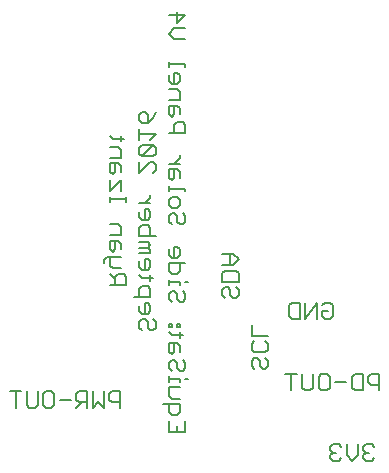
<source format=gbo>
G75*
%MOIN*%
%OFA0B0*%
%FSLAX25Y25*%
%IPPOS*%
%LPD*%
%AMOC8*
5,1,8,0,0,1.08239X$1,22.5*
%
%ADD10C,0.00500*%
D10*
X0124520Y0107011D02*
X0124520Y0112515D01*
X0126354Y0112515D02*
X0122685Y0112515D01*
X0128209Y0112515D02*
X0128209Y0107928D01*
X0129127Y0107011D01*
X0130962Y0107011D01*
X0131879Y0107928D01*
X0131879Y0112515D01*
X0133734Y0111598D02*
X0134652Y0112515D01*
X0136486Y0112515D01*
X0137404Y0111598D01*
X0137404Y0107928D01*
X0136486Y0107011D01*
X0134652Y0107011D01*
X0133734Y0107928D01*
X0133734Y0111598D01*
X0139259Y0109763D02*
X0142929Y0109763D01*
X0144784Y0109763D02*
X0145701Y0108846D01*
X0148453Y0108846D01*
X0146618Y0108846D02*
X0144784Y0107011D01*
X0144784Y0109763D02*
X0144784Y0111598D01*
X0145701Y0112515D01*
X0148453Y0112515D01*
X0148453Y0107011D01*
X0150308Y0107011D02*
X0152143Y0108846D01*
X0153978Y0107011D01*
X0153978Y0112515D01*
X0155833Y0111598D02*
X0155833Y0109763D01*
X0156750Y0108846D01*
X0159503Y0108846D01*
X0159503Y0107011D02*
X0159503Y0112515D01*
X0156750Y0112515D01*
X0155833Y0111598D01*
X0150308Y0112515D02*
X0150308Y0107011D01*
X0173821Y0108262D02*
X0179326Y0108262D01*
X0179326Y0105510D01*
X0178409Y0104592D01*
X0176574Y0104592D01*
X0175656Y0105510D01*
X0175656Y0108262D01*
X0176574Y0110117D02*
X0175656Y0111035D01*
X0175656Y0113787D01*
X0179326Y0113787D01*
X0179326Y0115642D02*
X0179326Y0116559D01*
X0175656Y0116559D01*
X0175656Y0115642D02*
X0175656Y0117477D01*
X0176574Y0119325D02*
X0175656Y0120242D01*
X0175656Y0122077D01*
X0176574Y0122995D01*
X0177491Y0122995D01*
X0178409Y0122077D01*
X0178409Y0120242D01*
X0179326Y0119325D01*
X0180244Y0119325D01*
X0181161Y0120242D01*
X0181161Y0122077D01*
X0180244Y0122995D01*
X0179326Y0125767D02*
X0179326Y0127602D01*
X0178409Y0128520D01*
X0175656Y0128520D01*
X0175656Y0125767D01*
X0176574Y0124850D01*
X0177491Y0125767D01*
X0177491Y0128520D01*
X0179326Y0130374D02*
X0179326Y0132209D01*
X0180244Y0131292D02*
X0176574Y0131292D01*
X0175656Y0132209D01*
X0175656Y0134058D02*
X0176574Y0134058D01*
X0176574Y0134975D01*
X0175656Y0134975D01*
X0175656Y0134058D01*
X0178409Y0134058D02*
X0179326Y0134058D01*
X0179326Y0134975D01*
X0178409Y0134975D01*
X0178409Y0134058D01*
X0171318Y0133738D02*
X0170401Y0132821D01*
X0169484Y0132821D01*
X0168566Y0133738D01*
X0168566Y0135573D01*
X0167649Y0136490D01*
X0166731Y0136490D01*
X0165814Y0135573D01*
X0165814Y0133738D01*
X0166731Y0132821D01*
X0171318Y0133738D02*
X0171318Y0135573D01*
X0170401Y0136490D01*
X0168566Y0138345D02*
X0169484Y0139263D01*
X0169484Y0141098D01*
X0168566Y0142015D01*
X0167649Y0142015D01*
X0167649Y0138345D01*
X0168566Y0138345D02*
X0166731Y0138345D01*
X0165814Y0139263D01*
X0165814Y0141098D01*
X0165814Y0143870D02*
X0165814Y0146622D01*
X0166731Y0147540D01*
X0168566Y0147540D01*
X0169484Y0146622D01*
X0169484Y0143870D01*
X0163979Y0143870D01*
X0161476Y0147966D02*
X0155971Y0147966D01*
X0157806Y0147966D02*
X0157806Y0150719D01*
X0158724Y0151636D01*
X0160559Y0151636D01*
X0161476Y0150719D01*
X0161476Y0147966D01*
X0157806Y0149801D02*
X0155971Y0151636D01*
X0156889Y0153491D02*
X0155971Y0154408D01*
X0155971Y0157161D01*
X0155054Y0157161D02*
X0154136Y0156243D01*
X0154136Y0155326D01*
X0155054Y0157161D02*
X0159641Y0157161D01*
X0159641Y0159933D02*
X0159641Y0161768D01*
X0158724Y0162685D01*
X0155971Y0162685D01*
X0155971Y0159933D01*
X0156889Y0159016D01*
X0157806Y0159933D01*
X0157806Y0162685D01*
X0155971Y0164540D02*
X0159641Y0164540D01*
X0159641Y0167293D01*
X0158724Y0168210D01*
X0155971Y0168210D01*
X0165814Y0166880D02*
X0166731Y0167797D01*
X0168566Y0167797D01*
X0169484Y0166880D01*
X0169484Y0164127D01*
X0171318Y0164127D02*
X0165814Y0164127D01*
X0165814Y0166880D01*
X0166731Y0169652D02*
X0165814Y0170569D01*
X0165814Y0172404D01*
X0167649Y0173322D02*
X0167649Y0169652D01*
X0168566Y0169652D02*
X0169484Y0170569D01*
X0169484Y0172404D01*
X0168566Y0173322D01*
X0167649Y0173322D01*
X0167649Y0175177D02*
X0169484Y0177012D01*
X0169484Y0177929D01*
X0169484Y0175177D02*
X0165814Y0175177D01*
X0161476Y0175590D02*
X0161476Y0177425D01*
X0161476Y0176507D02*
X0155971Y0176507D01*
X0155971Y0175590D02*
X0155971Y0177425D01*
X0155971Y0179273D02*
X0155971Y0182943D01*
X0156889Y0184798D02*
X0157806Y0185715D01*
X0157806Y0188467D01*
X0158724Y0188467D02*
X0155971Y0188467D01*
X0155971Y0185715D01*
X0156889Y0184798D01*
X0159641Y0185715D02*
X0159641Y0187550D01*
X0158724Y0188467D01*
X0159641Y0190322D02*
X0159641Y0193075D01*
X0158724Y0193992D01*
X0155971Y0193992D01*
X0156889Y0196765D02*
X0155971Y0197682D01*
X0156889Y0196765D02*
X0160559Y0196765D01*
X0159641Y0197682D02*
X0159641Y0195847D01*
X0159641Y0190322D02*
X0155971Y0190322D01*
X0159641Y0182943D02*
X0155971Y0179273D01*
X0159641Y0179273D02*
X0159641Y0182943D01*
X0165814Y0185305D02*
X0165814Y0188975D01*
X0166731Y0190830D02*
X0165814Y0191748D01*
X0165814Y0193582D01*
X0166731Y0194500D01*
X0170401Y0194500D01*
X0166731Y0190830D01*
X0170401Y0190830D01*
X0171318Y0191748D01*
X0171318Y0193582D01*
X0170401Y0194500D01*
X0169484Y0196355D02*
X0171318Y0198190D01*
X0165814Y0198190D01*
X0165814Y0196355D02*
X0165814Y0200025D01*
X0166731Y0201880D02*
X0165814Y0202797D01*
X0165814Y0204632D01*
X0166731Y0205549D01*
X0167649Y0205549D01*
X0168566Y0204632D01*
X0168566Y0201880D01*
X0166731Y0201880D01*
X0168566Y0201880D02*
X0170401Y0203714D01*
X0171318Y0205549D01*
X0175656Y0204955D02*
X0175656Y0207707D01*
X0178409Y0207707D01*
X0179326Y0206790D01*
X0179326Y0204955D01*
X0177491Y0204955D02*
X0177491Y0207707D01*
X0175656Y0209562D02*
X0179326Y0209562D01*
X0179326Y0212314D01*
X0178409Y0213232D01*
X0175656Y0213232D01*
X0176574Y0215087D02*
X0178409Y0215087D01*
X0179326Y0216004D01*
X0179326Y0217839D01*
X0178409Y0218757D01*
X0177491Y0218757D01*
X0177491Y0215087D01*
X0176574Y0215087D02*
X0175656Y0216004D01*
X0175656Y0217839D01*
X0175656Y0220611D02*
X0175656Y0222446D01*
X0175656Y0221529D02*
X0181161Y0221529D01*
X0181161Y0220611D01*
X0181161Y0229819D02*
X0177491Y0229819D01*
X0175656Y0231654D01*
X0177491Y0233489D01*
X0181161Y0233489D01*
X0178409Y0235344D02*
X0178409Y0239014D01*
X0181161Y0238096D02*
X0175656Y0238096D01*
X0178409Y0235344D02*
X0181161Y0238096D01*
X0177491Y0204955D02*
X0176574Y0204037D01*
X0175656Y0204955D01*
X0178409Y0202182D02*
X0177491Y0201265D01*
X0177491Y0198513D01*
X0175656Y0198513D02*
X0181161Y0198513D01*
X0181161Y0201265D01*
X0180244Y0202182D01*
X0178409Y0202182D01*
X0179326Y0191136D02*
X0179326Y0190219D01*
X0177491Y0188384D01*
X0175656Y0188384D02*
X0179326Y0188384D01*
X0178409Y0186529D02*
X0175656Y0186529D01*
X0175656Y0183777D01*
X0176574Y0182859D01*
X0177491Y0183777D01*
X0177491Y0186529D01*
X0178409Y0186529D02*
X0179326Y0185612D01*
X0179326Y0183777D01*
X0181161Y0180094D02*
X0175656Y0180094D01*
X0175656Y0181011D02*
X0175656Y0179176D01*
X0176574Y0177321D02*
X0178409Y0177321D01*
X0179326Y0176404D01*
X0179326Y0174569D01*
X0178409Y0173651D01*
X0176574Y0173651D01*
X0175656Y0174569D01*
X0175656Y0176404D01*
X0176574Y0177321D01*
X0181161Y0179176D02*
X0181161Y0180094D01*
X0180244Y0171796D02*
X0181161Y0170879D01*
X0181161Y0169044D01*
X0180244Y0168127D01*
X0179326Y0168127D01*
X0178409Y0169044D01*
X0178409Y0170879D01*
X0177491Y0171796D01*
X0176574Y0171796D01*
X0175656Y0170879D01*
X0175656Y0169044D01*
X0176574Y0168127D01*
X0177491Y0160747D02*
X0177491Y0157077D01*
X0176574Y0157077D02*
X0178409Y0157077D01*
X0179326Y0157995D01*
X0179326Y0159830D01*
X0178409Y0160747D01*
X0177491Y0160747D01*
X0175656Y0159830D02*
X0175656Y0157995D01*
X0176574Y0157077D01*
X0175656Y0155222D02*
X0175656Y0152470D01*
X0176574Y0151553D01*
X0178409Y0151553D01*
X0179326Y0152470D01*
X0179326Y0155222D01*
X0181161Y0155222D02*
X0175656Y0155222D01*
X0169484Y0155830D02*
X0169484Y0153995D01*
X0168566Y0153078D01*
X0166731Y0153078D01*
X0165814Y0153995D01*
X0165814Y0155830D01*
X0167649Y0156748D02*
X0167649Y0153078D01*
X0169484Y0151230D02*
X0169484Y0149395D01*
X0170401Y0150312D02*
X0166731Y0150312D01*
X0165814Y0151230D01*
X0167649Y0156748D02*
X0168566Y0156748D01*
X0169484Y0155830D01*
X0169484Y0158603D02*
X0169484Y0159520D01*
X0168566Y0160438D01*
X0169484Y0161355D01*
X0168566Y0162272D01*
X0165814Y0162272D01*
X0165814Y0160438D02*
X0168566Y0160438D01*
X0169484Y0158603D02*
X0165814Y0158603D01*
X0159641Y0153491D02*
X0156889Y0153491D01*
X0175656Y0149704D02*
X0175656Y0147869D01*
X0175656Y0148787D02*
X0179326Y0148787D01*
X0179326Y0147869D01*
X0181161Y0148787D02*
X0182078Y0148787D01*
X0180244Y0146014D02*
X0181161Y0145097D01*
X0181161Y0143262D01*
X0180244Y0142345D01*
X0179326Y0142345D01*
X0178409Y0143262D01*
X0178409Y0145097D01*
X0177491Y0146014D01*
X0176574Y0146014D01*
X0175656Y0145097D01*
X0175656Y0143262D01*
X0176574Y0142345D01*
X0193373Y0144504D02*
X0194290Y0143586D01*
X0193373Y0144504D02*
X0193373Y0146338D01*
X0194290Y0147256D01*
X0195208Y0147256D01*
X0196125Y0146338D01*
X0196125Y0144504D01*
X0197043Y0143586D01*
X0197960Y0143586D01*
X0198878Y0144504D01*
X0198878Y0146338D01*
X0197960Y0147256D01*
X0198878Y0149111D02*
X0198878Y0151863D01*
X0197960Y0152781D01*
X0194290Y0152781D01*
X0193373Y0151863D01*
X0193373Y0149111D01*
X0198878Y0149111D01*
X0197043Y0154636D02*
X0193373Y0154636D01*
X0196125Y0154636D02*
X0196125Y0158305D01*
X0197043Y0158305D02*
X0193373Y0158305D01*
X0197043Y0158305D02*
X0198878Y0156470D01*
X0197043Y0154636D01*
X0215650Y0141125D02*
X0215650Y0137456D01*
X0216567Y0136538D01*
X0219319Y0136538D01*
X0219319Y0142043D01*
X0216567Y0142043D01*
X0215650Y0141125D01*
X0221174Y0142043D02*
X0221174Y0136538D01*
X0224844Y0142043D01*
X0224844Y0136538D01*
X0226699Y0137456D02*
X0226699Y0139291D01*
X0228534Y0139291D01*
X0230369Y0141125D02*
X0230369Y0137456D01*
X0229451Y0136538D01*
X0227617Y0136538D01*
X0226699Y0137456D01*
X0226699Y0141125D02*
X0227617Y0142043D01*
X0229451Y0142043D01*
X0230369Y0141125D01*
X0208720Y0131013D02*
X0203215Y0131013D01*
X0203215Y0134683D01*
X0204133Y0129159D02*
X0203215Y0128241D01*
X0203215Y0126406D01*
X0204133Y0125489D01*
X0207803Y0125489D01*
X0208720Y0126406D01*
X0208720Y0128241D01*
X0207803Y0129159D01*
X0207803Y0123634D02*
X0208720Y0122716D01*
X0208720Y0120881D01*
X0207803Y0119964D01*
X0206885Y0119964D01*
X0205968Y0120881D01*
X0205968Y0122716D01*
X0205050Y0123634D01*
X0204133Y0123634D01*
X0203215Y0122716D01*
X0203215Y0120881D01*
X0204133Y0119964D01*
X0214507Y0118326D02*
X0218177Y0118326D01*
X0216342Y0118326D02*
X0216342Y0112822D01*
X0220032Y0113739D02*
X0220032Y0118326D01*
X0223702Y0118326D02*
X0223702Y0113739D01*
X0222784Y0112822D01*
X0220949Y0112822D01*
X0220032Y0113739D01*
X0225557Y0113739D02*
X0225557Y0117409D01*
X0226474Y0118326D01*
X0228309Y0118326D01*
X0229227Y0117409D01*
X0229227Y0113739D01*
X0228309Y0112822D01*
X0226474Y0112822D01*
X0225557Y0113739D01*
X0231081Y0115574D02*
X0234751Y0115574D01*
X0236606Y0113739D02*
X0236606Y0117409D01*
X0237524Y0118326D01*
X0240276Y0118326D01*
X0240276Y0112822D01*
X0237524Y0112822D01*
X0236606Y0113739D01*
X0242131Y0115574D02*
X0242131Y0117409D01*
X0243048Y0118326D01*
X0245801Y0118326D01*
X0245801Y0112822D01*
X0245801Y0114657D02*
X0243048Y0114657D01*
X0242131Y0115574D01*
X0241396Y0094799D02*
X0240479Y0093881D01*
X0240479Y0092964D01*
X0241396Y0092046D01*
X0240479Y0091129D01*
X0240479Y0090212D01*
X0241396Y0089294D01*
X0243231Y0089294D01*
X0244148Y0090212D01*
X0242314Y0092046D02*
X0241396Y0092046D01*
X0241396Y0094799D02*
X0243231Y0094799D01*
X0244148Y0093881D01*
X0238624Y0094799D02*
X0238624Y0091129D01*
X0236789Y0089294D01*
X0234954Y0091129D01*
X0234954Y0094799D01*
X0233099Y0093881D02*
X0232182Y0094799D01*
X0230347Y0094799D01*
X0229429Y0093881D01*
X0229429Y0092964D01*
X0230347Y0092046D01*
X0229429Y0091129D01*
X0229429Y0090212D01*
X0230347Y0089294D01*
X0232182Y0089294D01*
X0233099Y0090212D01*
X0231264Y0092046D02*
X0230347Y0092046D01*
X0181161Y0099068D02*
X0175656Y0099068D01*
X0175656Y0102737D01*
X0178409Y0100903D02*
X0178409Y0099068D01*
X0181161Y0099068D02*
X0181161Y0102737D01*
X0179326Y0110117D02*
X0176574Y0110117D01*
X0181161Y0116559D02*
X0182078Y0116559D01*
X0168566Y0169652D02*
X0166731Y0169652D01*
X0165814Y0185305D02*
X0169484Y0188975D01*
X0170401Y0188975D01*
X0171318Y0188058D01*
X0171318Y0186223D01*
X0170401Y0185305D01*
M02*

</source>
